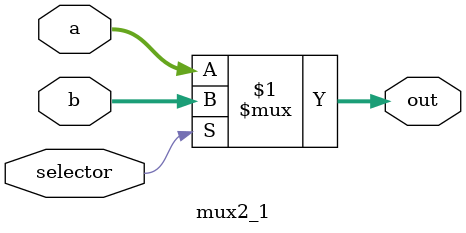
<source format=sv>
module mux2_1
#(
	parameter N = 4
)(
	input [N-1:0] a,
	input [N-1:0] b,
	input selector,
	
	
	output logic [N-1:0]out

);

	assign out = (selector) ? b : a;

	
endmodule 
</source>
